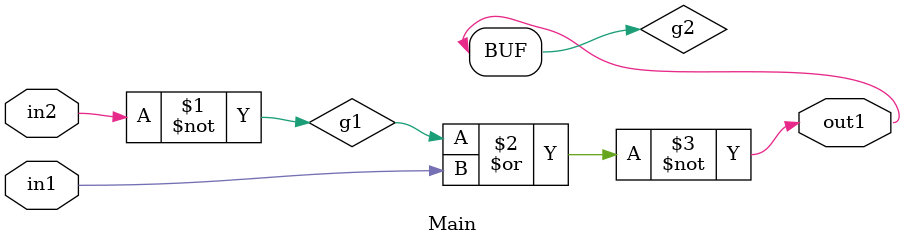
<source format=v>
module Main(in1, in2, out1);
  output out1;
  input in1, in2;  
  
  assign g1 = ~in2;
  assign g2 = g1 ~| in1;
  
  assign out1 = g2;
  
  endmodule

</source>
